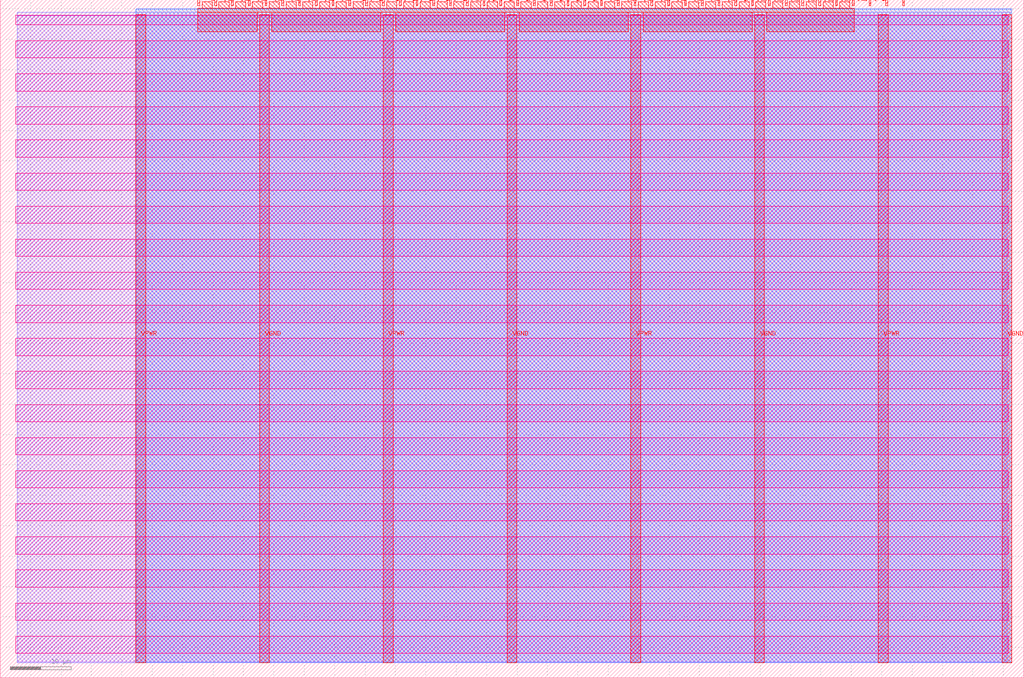
<source format=lef>
VERSION 5.7 ;
  NOWIREEXTENSIONATPIN ON ;
  DIVIDERCHAR "/" ;
  BUSBITCHARS "[]" ;
MACRO tt_um_wokwi_380408455148316673_dup
  CLASS BLOCK ;
  FOREIGN tt_um_wokwi_380408455148316673_dup ;
  ORIGIN 0.000 0.000 ;
  SIZE 168.360 BY 111.520 ;
  PIN VGND
    DIRECTION INOUT ;
    USE GROUND ;
    PORT
      LAYER met4 ;
        RECT 42.670 2.480 44.270 109.040 ;
    END
    PORT
      LAYER met4 ;
        RECT 83.380 2.480 84.980 109.040 ;
    END
    PORT
      LAYER met4 ;
        RECT 124.090 2.480 125.690 109.040 ;
    END
    PORT
      LAYER met4 ;
        RECT 164.800 2.480 166.400 109.040 ;
    END
  END VGND
  PIN VPWR
    DIRECTION INOUT ;
    USE POWER ;
    PORT
      LAYER met4 ;
        RECT 22.315 2.480 23.915 109.040 ;
    END
    PORT
      LAYER met4 ;
        RECT 63.025 2.480 64.625 109.040 ;
    END
    PORT
      LAYER met4 ;
        RECT 103.735 2.480 105.335 109.040 ;
    END
    PORT
      LAYER met4 ;
        RECT 144.445 2.480 146.045 109.040 ;
    END
  END VPWR
  PIN clk
    DIRECTION INPUT ;
    USE SIGNAL ;
    PORT
      LAYER met4 ;
        RECT 145.670 110.520 145.970 111.520 ;
    END
  END clk
  PIN ena
    DIRECTION INPUT ;
    USE SIGNAL ;
    PORT
      LAYER met4 ;
        RECT 148.430 110.520 148.730 111.520 ;
    END
  END ena
  PIN rst_n
    DIRECTION INPUT ;
    USE SIGNAL ;
    PORT
      LAYER met4 ;
        RECT 142.910 110.520 143.210 111.520 ;
    END
  END rst_n
  PIN ui_in[0]
    DIRECTION INPUT ;
    USE SIGNAL ;
    ANTENNAGATEAREA 0.196500 ;
    PORT
      LAYER met4 ;
        RECT 140.150 110.520 140.450 111.520 ;
    END
  END ui_in[0]
  PIN ui_in[1]
    DIRECTION INPUT ;
    USE SIGNAL ;
    ANTENNAGATEAREA 0.196500 ;
    PORT
      LAYER met4 ;
        RECT 137.390 110.520 137.690 111.520 ;
    END
  END ui_in[1]
  PIN ui_in[2]
    DIRECTION INPUT ;
    USE SIGNAL ;
    ANTENNAGATEAREA 0.196500 ;
    PORT
      LAYER met4 ;
        RECT 134.630 110.520 134.930 111.520 ;
    END
  END ui_in[2]
  PIN ui_in[3]
    DIRECTION INPUT ;
    USE SIGNAL ;
    ANTENNAGATEAREA 0.196500 ;
    PORT
      LAYER met4 ;
        RECT 131.870 110.520 132.170 111.520 ;
    END
  END ui_in[3]
  PIN ui_in[4]
    DIRECTION INPUT ;
    USE SIGNAL ;
    PORT
      LAYER met4 ;
        RECT 129.110 110.520 129.410 111.520 ;
    END
  END ui_in[4]
  PIN ui_in[5]
    DIRECTION INPUT ;
    USE SIGNAL ;
    PORT
      LAYER met4 ;
        RECT 126.350 110.520 126.650 111.520 ;
    END
  END ui_in[5]
  PIN ui_in[6]
    DIRECTION INPUT ;
    USE SIGNAL ;
    PORT
      LAYER met4 ;
        RECT 123.590 110.520 123.890 111.520 ;
    END
  END ui_in[6]
  PIN ui_in[7]
    DIRECTION INPUT ;
    USE SIGNAL ;
    PORT
      LAYER met4 ;
        RECT 120.830 110.520 121.130 111.520 ;
    END
  END ui_in[7]
  PIN uio_in[0]
    DIRECTION INPUT ;
    USE SIGNAL ;
    PORT
      LAYER met4 ;
        RECT 118.070 110.520 118.370 111.520 ;
    END
  END uio_in[0]
  PIN uio_in[1]
    DIRECTION INPUT ;
    USE SIGNAL ;
    PORT
      LAYER met4 ;
        RECT 115.310 110.520 115.610 111.520 ;
    END
  END uio_in[1]
  PIN uio_in[2]
    DIRECTION INPUT ;
    USE SIGNAL ;
    PORT
      LAYER met4 ;
        RECT 112.550 110.520 112.850 111.520 ;
    END
  END uio_in[2]
  PIN uio_in[3]
    DIRECTION INPUT ;
    USE SIGNAL ;
    PORT
      LAYER met4 ;
        RECT 109.790 110.520 110.090 111.520 ;
    END
  END uio_in[3]
  PIN uio_in[4]
    DIRECTION INPUT ;
    USE SIGNAL ;
    PORT
      LAYER met4 ;
        RECT 107.030 110.520 107.330 111.520 ;
    END
  END uio_in[4]
  PIN uio_in[5]
    DIRECTION INPUT ;
    USE SIGNAL ;
    PORT
      LAYER met4 ;
        RECT 104.270 110.520 104.570 111.520 ;
    END
  END uio_in[5]
  PIN uio_in[6]
    DIRECTION INPUT ;
    USE SIGNAL ;
    PORT
      LAYER met4 ;
        RECT 101.510 110.520 101.810 111.520 ;
    END
  END uio_in[6]
  PIN uio_in[7]
    DIRECTION INPUT ;
    USE SIGNAL ;
    PORT
      LAYER met4 ;
        RECT 98.750 110.520 99.050 111.520 ;
    END
  END uio_in[7]
  PIN uio_oe[0]
    DIRECTION OUTPUT TRISTATE ;
    USE SIGNAL ;
    PORT
      LAYER met4 ;
        RECT 51.830 110.520 52.130 111.520 ;
    END
  END uio_oe[0]
  PIN uio_oe[1]
    DIRECTION OUTPUT TRISTATE ;
    USE SIGNAL ;
    PORT
      LAYER met4 ;
        RECT 49.070 110.520 49.370 111.520 ;
    END
  END uio_oe[1]
  PIN uio_oe[2]
    DIRECTION OUTPUT TRISTATE ;
    USE SIGNAL ;
    PORT
      LAYER met4 ;
        RECT 46.310 110.520 46.610 111.520 ;
    END
  END uio_oe[2]
  PIN uio_oe[3]
    DIRECTION OUTPUT TRISTATE ;
    USE SIGNAL ;
    PORT
      LAYER met4 ;
        RECT 43.550 110.520 43.850 111.520 ;
    END
  END uio_oe[3]
  PIN uio_oe[4]
    DIRECTION OUTPUT TRISTATE ;
    USE SIGNAL ;
    PORT
      LAYER met4 ;
        RECT 40.790 110.520 41.090 111.520 ;
    END
  END uio_oe[4]
  PIN uio_oe[5]
    DIRECTION OUTPUT TRISTATE ;
    USE SIGNAL ;
    PORT
      LAYER met4 ;
        RECT 38.030 110.520 38.330 111.520 ;
    END
  END uio_oe[5]
  PIN uio_oe[6]
    DIRECTION OUTPUT TRISTATE ;
    USE SIGNAL ;
    PORT
      LAYER met4 ;
        RECT 35.270 110.520 35.570 111.520 ;
    END
  END uio_oe[6]
  PIN uio_oe[7]
    DIRECTION OUTPUT TRISTATE ;
    USE SIGNAL ;
    PORT
      LAYER met4 ;
        RECT 32.510 110.520 32.810 111.520 ;
    END
  END uio_oe[7]
  PIN uio_out[0]
    DIRECTION OUTPUT TRISTATE ;
    USE SIGNAL ;
    PORT
      LAYER met4 ;
        RECT 73.910 110.520 74.210 111.520 ;
    END
  END uio_out[0]
  PIN uio_out[1]
    DIRECTION OUTPUT TRISTATE ;
    USE SIGNAL ;
    PORT
      LAYER met4 ;
        RECT 71.150 110.520 71.450 111.520 ;
    END
  END uio_out[1]
  PIN uio_out[2]
    DIRECTION OUTPUT TRISTATE ;
    USE SIGNAL ;
    PORT
      LAYER met4 ;
        RECT 68.390 110.520 68.690 111.520 ;
    END
  END uio_out[2]
  PIN uio_out[3]
    DIRECTION OUTPUT TRISTATE ;
    USE SIGNAL ;
    PORT
      LAYER met4 ;
        RECT 65.630 110.520 65.930 111.520 ;
    END
  END uio_out[3]
  PIN uio_out[4]
    DIRECTION OUTPUT TRISTATE ;
    USE SIGNAL ;
    PORT
      LAYER met4 ;
        RECT 62.870 110.520 63.170 111.520 ;
    END
  END uio_out[4]
  PIN uio_out[5]
    DIRECTION OUTPUT TRISTATE ;
    USE SIGNAL ;
    PORT
      LAYER met4 ;
        RECT 60.110 110.520 60.410 111.520 ;
    END
  END uio_out[5]
  PIN uio_out[6]
    DIRECTION OUTPUT TRISTATE ;
    USE SIGNAL ;
    PORT
      LAYER met4 ;
        RECT 57.350 110.520 57.650 111.520 ;
    END
  END uio_out[6]
  PIN uio_out[7]
    DIRECTION OUTPUT TRISTATE ;
    USE SIGNAL ;
    PORT
      LAYER met4 ;
        RECT 54.590 110.520 54.890 111.520 ;
    END
  END uio_out[7]
  PIN uo_out[0]
    DIRECTION OUTPUT TRISTATE ;
    USE SIGNAL ;
    ANTENNADIFFAREA 0.795200 ;
    PORT
      LAYER met4 ;
        RECT 95.990 110.520 96.290 111.520 ;
    END
  END uo_out[0]
  PIN uo_out[1]
    DIRECTION OUTPUT TRISTATE ;
    USE SIGNAL ;
    ANTENNADIFFAREA 0.445500 ;
    PORT
      LAYER met4 ;
        RECT 93.230 110.520 93.530 111.520 ;
    END
  END uo_out[1]
  PIN uo_out[2]
    DIRECTION OUTPUT TRISTATE ;
    USE SIGNAL ;
    ANTENNADIFFAREA 0.445500 ;
    PORT
      LAYER met4 ;
        RECT 90.470 110.520 90.770 111.520 ;
    END
  END uo_out[2]
  PIN uo_out[3]
    DIRECTION OUTPUT TRISTATE ;
    USE SIGNAL ;
    ANTENNADIFFAREA 0.445500 ;
    PORT
      LAYER met4 ;
        RECT 87.710 110.520 88.010 111.520 ;
    END
  END uo_out[3]
  PIN uo_out[4]
    DIRECTION OUTPUT TRISTATE ;
    USE SIGNAL ;
    PORT
      LAYER met4 ;
        RECT 84.950 110.520 85.250 111.520 ;
    END
  END uo_out[4]
  PIN uo_out[5]
    DIRECTION OUTPUT TRISTATE ;
    USE SIGNAL ;
    PORT
      LAYER met4 ;
        RECT 82.190 110.520 82.490 111.520 ;
    END
  END uo_out[5]
  PIN uo_out[6]
    DIRECTION OUTPUT TRISTATE ;
    USE SIGNAL ;
    PORT
      LAYER met4 ;
        RECT 79.430 110.520 79.730 111.520 ;
    END
  END uo_out[6]
  PIN uo_out[7]
    DIRECTION OUTPUT TRISTATE ;
    USE SIGNAL ;
    PORT
      LAYER met4 ;
        RECT 76.670 110.520 76.970 111.520 ;
    END
  END uo_out[7]
  OBS
      LAYER nwell ;
        RECT 2.570 107.385 165.790 108.990 ;
        RECT 2.570 101.945 165.790 104.775 ;
        RECT 2.570 96.505 165.790 99.335 ;
        RECT 2.570 91.065 165.790 93.895 ;
        RECT 2.570 85.625 165.790 88.455 ;
        RECT 2.570 80.185 165.790 83.015 ;
        RECT 2.570 74.745 165.790 77.575 ;
        RECT 2.570 69.305 165.790 72.135 ;
        RECT 2.570 63.865 165.790 66.695 ;
        RECT 2.570 58.425 165.790 61.255 ;
        RECT 2.570 52.985 165.790 55.815 ;
        RECT 2.570 47.545 165.790 50.375 ;
        RECT 2.570 42.105 165.790 44.935 ;
        RECT 2.570 36.665 165.790 39.495 ;
        RECT 2.570 31.225 165.790 34.055 ;
        RECT 2.570 25.785 165.790 28.615 ;
        RECT 2.570 20.345 165.790 23.175 ;
        RECT 2.570 14.905 165.790 17.735 ;
        RECT 2.570 9.465 165.790 12.295 ;
        RECT 2.570 4.025 165.790 6.855 ;
      LAYER li1 ;
        RECT 2.760 2.635 165.600 108.885 ;
      LAYER met1 ;
        RECT 2.760 2.480 166.400 109.440 ;
      LAYER met2 ;
        RECT 22.345 2.535 166.370 110.005 ;
      LAYER met3 ;
        RECT 22.325 2.555 166.390 109.985 ;
      LAYER met4 ;
        RECT 33.210 110.120 34.870 111.170 ;
        RECT 35.970 110.120 37.630 111.170 ;
        RECT 38.730 110.120 40.390 111.170 ;
        RECT 41.490 110.120 43.150 111.170 ;
        RECT 44.250 110.120 45.910 111.170 ;
        RECT 47.010 110.120 48.670 111.170 ;
        RECT 49.770 110.120 51.430 111.170 ;
        RECT 52.530 110.120 54.190 111.170 ;
        RECT 55.290 110.120 56.950 111.170 ;
        RECT 58.050 110.120 59.710 111.170 ;
        RECT 60.810 110.120 62.470 111.170 ;
        RECT 63.570 110.120 65.230 111.170 ;
        RECT 66.330 110.120 67.990 111.170 ;
        RECT 69.090 110.120 70.750 111.170 ;
        RECT 71.850 110.120 73.510 111.170 ;
        RECT 74.610 110.120 76.270 111.170 ;
        RECT 77.370 110.120 79.030 111.170 ;
        RECT 80.130 110.120 81.790 111.170 ;
        RECT 82.890 110.120 84.550 111.170 ;
        RECT 85.650 110.120 87.310 111.170 ;
        RECT 88.410 110.120 90.070 111.170 ;
        RECT 91.170 110.120 92.830 111.170 ;
        RECT 93.930 110.120 95.590 111.170 ;
        RECT 96.690 110.120 98.350 111.170 ;
        RECT 99.450 110.120 101.110 111.170 ;
        RECT 102.210 110.120 103.870 111.170 ;
        RECT 104.970 110.120 106.630 111.170 ;
        RECT 107.730 110.120 109.390 111.170 ;
        RECT 110.490 110.120 112.150 111.170 ;
        RECT 113.250 110.120 114.910 111.170 ;
        RECT 116.010 110.120 117.670 111.170 ;
        RECT 118.770 110.120 120.430 111.170 ;
        RECT 121.530 110.120 123.190 111.170 ;
        RECT 124.290 110.120 125.950 111.170 ;
        RECT 127.050 110.120 128.710 111.170 ;
        RECT 129.810 110.120 131.470 111.170 ;
        RECT 132.570 110.120 134.230 111.170 ;
        RECT 135.330 110.120 136.990 111.170 ;
        RECT 138.090 110.120 139.750 111.170 ;
        RECT 32.495 109.440 140.465 110.120 ;
        RECT 32.495 106.255 42.270 109.440 ;
        RECT 44.670 106.255 62.625 109.440 ;
        RECT 65.025 106.255 82.980 109.440 ;
        RECT 85.380 106.255 103.335 109.440 ;
        RECT 105.735 106.255 123.690 109.440 ;
        RECT 126.090 106.255 140.465 109.440 ;
  END
END tt_um_wokwi_380408455148316673_dup
END LIBRARY


</source>
